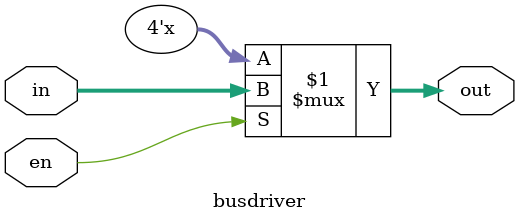
<source format=v>
module busdriver(input wire en, input wire [3:0]in, output wire [3:0]out);

  assign out = (en) ? in : 4'bz;//Si en esta habilitado deja pasar.
                              //Si en esta apagado coloca la salida en alta impedancia.

endmodule

</source>
